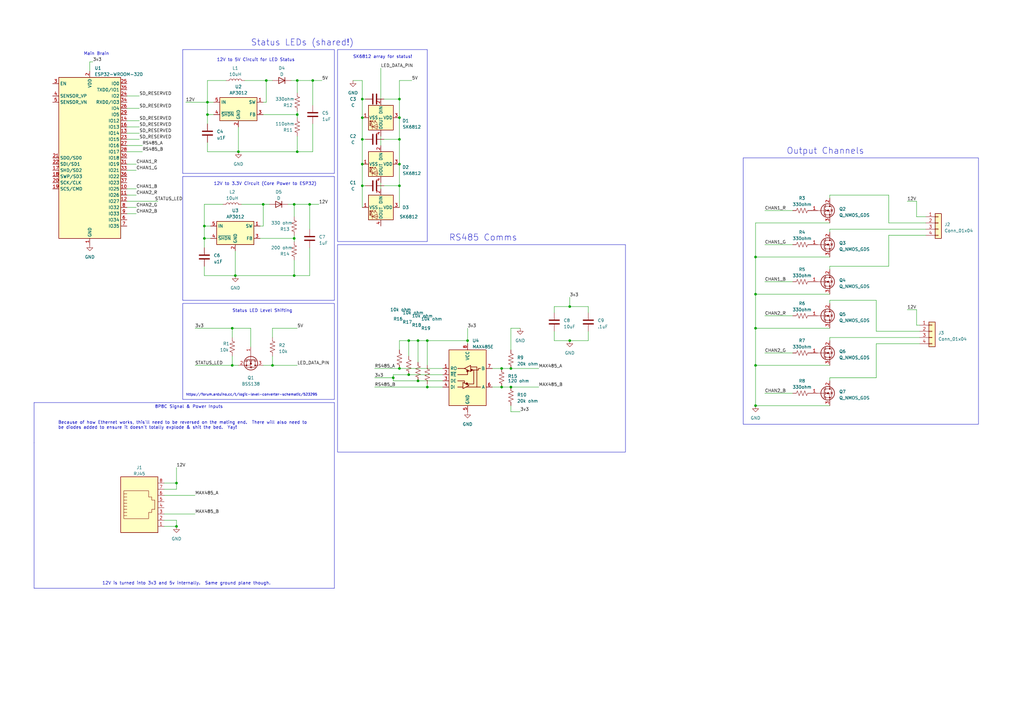
<source format=kicad_sch>
(kicad_sch (version 20221206) (generator eeschema)
  (paper "A3")
  (title_block (title "LED Channel Controller") (date "2022-12-23") (rev "v4") (company "Garden State Combat Robotics League") (comment 2 "Kim Chase") (comment 3 "trans rights, trans fights."))
  (lib_symbols
    (symbol "Connector:RJ45" (pin_names (offset 1.016))
      (property "Reference" "J" (at -5.08 13.97 0))
      (property "Value" "RJ45" (at 2.54 13.97 0))
      (symbol "RJ45_0_1"
        (polyline (pts (xy -5.08 4.445) (xy -6.35 4.445)))
        (polyline (pts (xy -5.08 5.715) (xy -6.35 5.715)))
        (polyline (pts (xy -6.35 -3.175) (xy -5.08 -3.175) (xy -5.08 -3.175)))
        (polyline (pts (xy -6.35 -1.905) (xy -5.08 -1.905) (xy -5.08 -1.905)))
        (polyline (pts (xy -6.35 -0.635) (xy -5.08 -0.635) (xy -5.08 -0.635)))
        (polyline (pts (xy -6.35 0.635) (xy -5.08 0.635) (xy -5.08 0.635)))
        (polyline (pts (xy -6.35 1.905) (xy -5.08 1.905) (xy -5.08 1.905)))
        (polyline (pts (xy -5.08 3.175) (xy -6.35 3.175) (xy -6.35 3.175)))
        (polyline (pts (xy -6.35 -4.445) (xy -6.35 6.985) (xy 3.81 6.985) (xy 3.81 4.445) (xy 5.08 4.445) (xy 5.08 3.175) (xy 6.35 3.175) (xy 6.35 -0.635) (xy 5.08 -0.635) (xy 5.08 -1.905) (xy 3.81 -1.905) (xy 3.81 -4.445) (xy -6.35 -4.445) (xy -6.35 -4.445)))
        (rectangle (start 7.62 12.7) (end -7.62 -10.16) (stroke (width 0.254)) (fill (type background)))
      )
      (symbol "RJ45_1_1"
        (pin passive line (at 10.16 -7.62 180) (length 2.54) (name "~") (number "1"))
        (pin passive line (at 10.16 -5.08 180) (length 2.54) (name "~") (number "2"))
        (pin passive line (at 10.16 -2.54 180) (length 2.54) (name "~") (number "3"))
        (pin passive line (at 10.16 0 180) (length 2.54) (name "~") (number "4"))
        (pin passive line (at 10.16 2.54 180) (length 2.54) (name "~") (number "5"))
        (pin passive line (at 10.16 5.08 180) (length 2.54) (name "~") (number "6"))
        (pin passive line (at 10.16 7.62 180) (length 2.54) (name "~") (number "7"))
        (pin passive line (at 10.16 10.16 180) (length 2.54) (name "~") (number "8"))
      )
    )
    (symbol "Connector_Generic:Conn_01x04" (pin_names (offset 1.016) hide)
      (property "Reference" "J" (at 0 5.08 0))
      (property "Value" "Conn_01x04" (at 0 -7.62 0))
      (symbol "Conn_01x04_1_1"
        (rectangle (start -1.27 -4.953) (end 0 -5.207) (stroke (width 0.1524)))
        (rectangle (start -1.27 -2.413) (end 0 -2.667) (stroke (width 0.1524)))
        (rectangle (start -1.27 0.127) (end 0 -0.127) (stroke (width 0.1524)))
        (rectangle (start -1.27 2.667) (end 0 2.413) (stroke (width 0.1524)))
        (rectangle (start -1.27 3.81) (end 1.27 -6.35) (stroke (width 0.254)) (fill (type background)))
        (pin passive line (at -5.08 2.54 0) (length 3.81) (name "Pin_1") (number "1"))
        (pin passive line (at -5.08 0 0) (length 3.81) (name "Pin_2") (number "2"))
        (pin passive line (at -5.08 -2.54 0) (length 3.81) (name "Pin_3") (number "3"))
        (pin passive line (at -5.08 -5.08 0) (length 3.81) (name "Pin_4") (number "4"))
      )
    )
    (symbol "Device:C" (pin_numbers hide) (pin_names (offset 0.254))
      (property "Reference" "C" (at 0.635 2.54 0))
      (property "Value" "C" (at 0.635 -2.54 0))
      (symbol "C_0_1"
        (polyline (pts (xy -2.032 -0.762) (xy 2.032 -0.762)) (stroke (width 0.508)))
        (polyline (pts (xy -2.032 0.762) (xy 2.032 0.762)) (stroke (width 0.508)))
      )
      (symbol "C_1_1"
        (pin passive line (at 0 3.81 270) (length 2.794) (name "~") (number "1"))
        (pin passive line (at 0 -3.81 90) (length 2.794) (name "~") (number "2"))
      )
    )
    (symbol "Device:D" (pin_numbers hide) (pin_names (offset 1.016) hide)
      (property "Reference" "D" (at 0 2.54 0))
      (property "Value" "D" (at 0 -2.54 0))
      (symbol "D_0_1"
        (polyline (pts (xy -1.27 1.27) (xy -1.27 -1.27)) (stroke (width 0.254)))
        (polyline (pts (xy 1.27 0) (xy -1.27 0)))
        (polyline (pts (xy 1.27 1.27) (xy 1.27 -1.27) (xy -1.27 0) (xy 1.27 1.27)) (stroke (width 0.254)))
      )
      (symbol "D_1_1"
        (pin passive line (at -3.81 0 0) (length 2.54) (name "K") (number "1"))
        (pin passive line (at 3.81 0 180) (length 2.54) (name "A") (number "2"))
      )
    )
    (symbol "Device:L" (pin_numbers hide) (pin_names (offset 1.016) hide)
      (property "Reference" "L" (at -1.27 0 90))
      (property "Value" "L" (at 1.905 0 90))
      (symbol "L_0_1"
        (arc (start 0 -2.54) (mid 0.6323 -1.905) (end 0 -1.27))
        (arc (start 0 -1.27) (mid 0.6323 -0.635) (end 0 0))
        (arc (start 0 0) (mid 0.6323 0.635) (end 0 1.27))
        (arc (start 0 1.27) (mid 0.6323 1.905) (end 0 2.54))
      )
      (symbol "L_1_1"
        (pin passive line (at 0 3.81 270) (length 1.27) (name "1") (number "1"))
        (pin passive line (at 0 -3.81 90) (length 1.27) (name "2") (number "2"))
      )
    )
    (symbol "Device:Q_NMOS_GDS" (pin_names (offset 0) hide)
      (property "Reference" "Q" (at 5.08 1.27 0))
      (property "Value" "Q_NMOS_GDS" (at 5.08 -1.27 0))
      (symbol "Q_NMOS_GDS_0_1"
        (polyline (pts (xy 0.254 0) (xy -2.54 0)))
        (polyline (pts (xy 0.254 1.905) (xy 0.254 -1.905)) (stroke (width 0.254)))
        (polyline (pts (xy 0.762 -1.27) (xy 0.762 -2.286)) (stroke (width 0.254)))
        (polyline (pts (xy 0.762 0.508) (xy 0.762 -0.508)) (stroke (width 0.254)))
        (polyline (pts (xy 0.762 2.286) (xy 0.762 1.27)) (stroke (width 0.254)))
        (polyline (pts (xy 2.54 2.54) (xy 2.54 1.778)))
        (polyline (pts (xy 2.54 -2.54) (xy 2.54 0) (xy 0.762 0)))
        (polyline (pts (xy 0.762 -1.778) (xy 3.302 -1.778) (xy 3.302 1.778) (xy 0.762 1.778)))
        (polyline (pts (xy 1.016 0) (xy 2.032 0.381) (xy 2.032 -0.381) (xy 1.016 0)) (fill (type outline)))
        (polyline (pts (xy 2.794 0.508) (xy 2.921 0.381) (xy 3.683 0.381) (xy 3.81 0.254)))
        (polyline (pts (xy 3.302 0.381) (xy 2.921 -0.254) (xy 3.683 -0.254) (xy 3.302 0.381)))
        (circle (center 1.651 0) (radius 2.794) (stroke (width 0.254)))
        (circle (center 2.54 -1.778) (radius 0.254) (fill (type outline)))
        (circle (center 2.54 1.778) (radius 0.254) (fill (type outline)))
      )
      (symbol "Q_NMOS_GDS_1_1"
        (pin input line (at -5.08 0 0) (length 2.54) (name "G") (number "1"))
        (pin passive line (at 2.54 5.08 270) (length 2.54) (name "D") (number "2"))
        (pin passive line (at 2.54 -5.08 90) (length 2.54) (name "S") (number "3"))
      )
    )
    (symbol "Device:R_US" (pin_numbers hide) (pin_names (offset 0))
      (property "Reference" "R" (at 2.54 0 90))
      (property "Value" "R_US" (at -2.54 0 90))
      (symbol "R_US_0_1"
        (polyline (pts (xy 0 -2.286) (xy 0 -2.54)))
        (polyline (pts (xy 0 2.286) (xy 0 2.54)))
        (polyline (pts (xy 0 -0.762) (xy 1.016 -1.143) (xy 0 -1.524) (xy -1.016 -1.905) (xy 0 -2.286)))
        (polyline (pts (xy 0 0.762) (xy 1.016 0.381) (xy 0 0) (xy -1.016 -0.381) (xy 0 -0.762)))
        (polyline (pts (xy 0 2.286) (xy 1.016 1.905) (xy 0 1.524) (xy -1.016 1.143) (xy 0 0.762)))
      )
      (symbol "R_US_1_1"
        (pin passive line (at 0 3.81 270) (length 1.27) (name "~") (number "1"))
        (pin passive line (at 0 -3.81 90) (length 1.27) (name "~") (number "2"))
      )
    )
    (symbol "Interface_UART:MAX485E"
      (property "Reference" "U" (at -6.096 11.43 0))
      (property "Value" "MAX485E" (at 0.762 11.43 0))
      (symbol "MAX485E_0_1"
        (rectangle (start -7.62 10.16) (end 7.62 -12.7) (stroke (width 0.254)) (fill (type background)))
        (circle (center -0.3048 -3.683) (radius 0.3556) (stroke (width 0.254)) (fill (type outline)))
        (circle (center -0.0254 1.4986) (radius 0.3556) (stroke (width 0.254)) (fill (type outline)))
        (polyline (pts (xy -4.064 -5.08) (xy -1.905 -5.08)) (stroke (width 0.254)))
        (polyline (pts (xy -4.064 2.54) (xy -1.27 2.54)) (stroke (width 0.254)))
        (polyline (pts (xy -1.27 -3.2004) (xy -1.27 -3.4544)) (stroke (width 0.254)))
        (polyline (pts (xy -0.635 -5.08) (xy 5.334 -5.08)) (stroke (width 0.254)))
        (polyline (pts (xy -4.064 -2.54) (xy -1.27 -2.54) (xy -1.27 -3.175)) (stroke (width 0.254)))
        (polyline (pts (xy 0 1.27) (xy 0 0) (xy -4.064 0)) (stroke (width 0.254)))
        (polyline (pts (xy 1.27 3.175) (xy 3.81 3.175) (xy 3.81 -5.08)) (stroke (width 0.254)))
        (polyline (pts (xy 2.54 1.905) (xy 2.54 -3.81) (xy 0 -3.81)) (stroke (width 0.254)))
        (polyline (pts (xy -1.905 -3.175) (xy -1.905 -5.715) (xy 0.635 -4.445) (xy -1.905 -3.175)) (stroke (width 0.254)))
        (polyline (pts (xy -1.27 2.54) (xy 1.27 3.81) (xy 1.27 1.27) (xy -1.27 2.54)) (stroke (width 0.254)))
        (polyline (pts (xy 1.905 1.905) (xy 4.445 1.905) (xy 4.445 2.54) (xy 5.334 2.54)) (stroke (width 0.254)))
        (rectangle (start 1.27 3.175) (end 1.27 3.175))
        (circle (center 1.651 1.905) (radius 0.3556) (stroke (width 0.254)) (fill (type outline)))
      )
      (symbol "MAX485E_1_1"
        (pin output line (at -10.16 2.54 0) (length 2.54) (name "RO") (number "1"))
        (pin input line (at -10.16 0 0) (length 2.54) (name "~{RE}") (number "2"))
        (pin input line (at -10.16 -2.54 0) (length 2.54) (name "DE") (number "3"))
        (pin input line (at -10.16 -5.08 0) (length 2.54) (name "DI") (number "4"))
        (pin power_in line (at 0 -15.24 90) (length 2.54) (name "GND") (number "5"))
        (pin bidirectional line (at 10.16 -5.08 180) (length 2.54) (name "A") (number "6"))
        (pin bidirectional line (at 10.16 2.54 180) (length 2.54) (name "B") (number "7"))
        (pin power_in line (at 0 12.7 270) (length 2.54) (name "VCC") (number "8"))
      )
    )
    (symbol "LED:SK6812" (pin_names (offset 0.254))
      (property "Reference" "D" (at 5.08 5.715 0))
      (property "Value" "SK6812" (at 1.27 -5.715 0))
      (symbol "SK6812_0_0"
        (text "RGB" (at 2.286 -4.191 0) (effects (font (size 0.762 0.762))))
      )
      (symbol "SK6812_0_1"
        (polyline (pts (xy 1.27 -3.556) (xy 1.778 -3.556)))
        (polyline (pts (xy 1.27 -2.54) (xy 1.778 -2.54)))
        (polyline (pts (xy 4.699 -3.556) (xy 2.667 -3.556)))
        (polyline (pts (xy 2.286 -2.54) (xy 1.27 -3.556) (xy 1.27 -3.048)))
        (polyline (pts (xy 2.286 -1.524) (xy 1.27 -2.54) (xy 1.27 -2.032)))
        (polyline (pts (xy 3.683 -1.016) (xy 3.683 -3.556) (xy 3.683 -4.064)))
        (polyline (pts (xy 4.699 -1.524) (xy 2.667 -1.524) (xy 3.683 -3.556) (xy 4.699 -1.524)))
        (rectangle (start 5.08 5.08) (end -5.08 -5.08) (stroke (width 0.254)) (fill (type background)))
      )
      (symbol "SK6812_1_1"
        (pin power_in line (at 0 -7.62 90) (length 2.54) (name "VSS") (number "1"))
        (pin input line (at -7.62 0 0) (length 2.54) (name "DIN") (number "2"))
        (pin power_in line (at 0 7.62 270) (length 2.54) (name "VDD") (number "3"))
        (pin output line (at 7.62 0 180) (length 2.54) (name "DOUT") (number "4"))
      )
    )
    (symbol "RF_Module:ESP32-WROOM-32D"
      (property "Reference" "U" (at -12.7 34.29 0))
      (property "Value" "ESP32-WROOM-32D" (at 1.27 34.29 0))
      (symbol "ESP32-WROOM-32D_0_1"
        (rectangle (start -12.7 33.02) (end 12.7 -33.02) (stroke (width 0.254)) (fill (type background)))
      )
      (symbol "ESP32-WROOM-32D_1_1"
        (pin power_in line (at 0 -35.56 90) (length 2.54) (name "GND") (number "1"))
        (pin bidirectional line (at 15.24 -12.7 180) (length 2.54) (name "IO25") (number "10"))
        (pin bidirectional line (at 15.24 -15.24 180) (length 2.54) (name "IO26") (number "11"))
        (pin bidirectional line (at 15.24 -17.78 180) (length 2.54) (name "IO27") (number "12"))
        (pin bidirectional line (at 15.24 10.16 180) (length 2.54) (name "IO14") (number "13"))
        (pin bidirectional line (at 15.24 15.24 180) (length 2.54) (name "IO12") (number "14"))
        (pin passive line (at 0 -35.56 90) (length 2.54) hide (name "GND") (number "15"))
        (pin bidirectional line (at 15.24 12.7 180) (length 2.54) (name "IO13") (number "16"))
        (pin bidirectional line (at -15.24 -5.08 0) (length 2.54) (name "SHD/SD2") (number "17"))
        (pin bidirectional line (at -15.24 -7.62 0) (length 2.54) (name "SWP/SD3") (number "18"))
        (pin bidirectional line (at -15.24 -12.7 0) (length 2.54) (name "SCS/CMD") (number "19"))
        (pin power_in line (at 0 35.56 270) (length 2.54) (name "VDD") (number "2"))
        (pin bidirectional line (at -15.24 -10.16 0) (length 2.54) (name "SCK/CLK") (number "20"))
        (pin bidirectional line (at -15.24 0 0) (length 2.54) (name "SDO/SD0") (number "21"))
        (pin bidirectional line (at -15.24 -2.54 0) (length 2.54) (name "SDI/SD1") (number "22"))
        (pin bidirectional line (at 15.24 7.62 180) (length 2.54) (name "IO15") (number "23"))
        (pin bidirectional line (at 15.24 25.4 180) (length 2.54) (name "IO2") (number "24"))
        (pin bidirectional line (at 15.24 30.48 180) (length 2.54) (name "IO0") (number "25"))
        (pin bidirectional line (at 15.24 20.32 180) (length 2.54) (name "IO4") (number "26"))
        (pin bidirectional line (at 15.24 5.08 180) (length 2.54) (name "IO16") (number "27"))
        (pin bidirectional line (at 15.24 2.54 180) (length 2.54) (name "IO17") (number "28"))
        (pin bidirectional line (at 15.24 17.78 180) (length 2.54) (name "IO5") (number "29"))
        (pin input line (at -15.24 30.48 0) (length 2.54) (name "EN") (number "3"))
        (pin bidirectional line (at 15.24 0 180) (length 2.54) (name "IO18") (number "30"))
        (pin bidirectional line (at 15.24 -2.54 180) (length 2.54) (name "IO19") (number "31"))
        (pin no_connect line (at -12.7 -27.94 0) (length 2.54) hide (name "NC") (number "32"))
        (pin bidirectional line (at 15.24 -5.08 180) (length 2.54) (name "IO21") (number "33"))
        (pin bidirectional line (at 15.24 22.86 180) (length 2.54) (name "RXD0/IO3") (number "34"))
        (pin bidirectional line (at 15.24 27.94 180) (length 2.54) (name "TXD0/IO1") (number "35"))
        (pin bidirectional line (at 15.24 -7.62 180) (length 2.54) (name "IO22") (number "36"))
        (pin bidirectional line (at 15.24 -10.16 180) (length 2.54) (name "IO23") (number "37"))
        (pin passive line (at 0 -35.56 90) (length 2.54) hide (name "GND") (number "38"))
        (pin passive line (at 0 -35.56 90) (length 2.54) hide (name "GND") (number "39"))
        (pin input line (at -15.24 25.4 0) (length 2.54) (name "SENSOR_VP") (number "4"))
        (pin input line (at -15.24 22.86 0) (length 2.54) (name "SENSOR_VN") (number "5"))
        (pin input line (at 15.24 -25.4 180) (length 2.54) (name "IO34") (number "6"))
        (pin input line (at 15.24 -27.94 180) (length 2.54) (name "IO35") (number "7"))
        (pin bidirectional line (at 15.24 -20.32 180) (length 2.54) (name "IO32") (number "8"))
        (pin bidirectional line (at 15.24 -22.86 180) (length 2.54) (name "IO33") (number "9"))
      )
    )
    (symbol "Regulator_Switching:AP3012"
      (property "Reference" "U" (at -7.62 5.715 0))
      (property "Value" "AP3012" (at 0 5.715 0))
      (symbol "AP3012_0_1"
        (rectangle (start -7.62 4.445) (end 7.62 -5.08) (stroke (width 0.254)) (fill (type background)))
      )
      (symbol "AP3012_1_1"
        (pin passive line (at 10.16 2.54 180) (length 2.54) (name "SW") (number "1"))
        (pin power_in line (at 0 -7.62 90) (length 2.54) (name "GND") (number "2"))
        (pin input line (at 10.16 -2.54 180) (length 2.54) (name "FB") (number "3"))
        (pin input line (at -10.16 -2.54 0) (length 2.54) (name "~{SHDN}") (number "4"))
        (pin power_in line (at -10.16 2.54 0) (length 2.54) (name "IN") (number "5"))
      )
    )
    (symbol "Transistor_FET:BSS138" (pin_names hide)
      (property "Reference" "Q" (at 5.08 1.905 0))
      (property "Value" "BSS138" (at 5.08 0 0))
      (symbol "BSS138_0_1"
        (polyline (pts (xy 0.254 0) (xy -2.54 0)))
        (polyline (pts (xy 0.254 1.905) (xy 0.254 -1.905)) (stroke (width 0.254)))
        (polyline (pts (xy 0.762 -1.27) (xy 0.762 -2.286)) (stroke (width 0.254)))
        (polyline (pts (xy 0.762 0.508) (xy 0.762 -0.508)) (stroke (width 0.254)))
        (polyline (pts (xy 0.762 2.286) (xy 0.762 1.27)) (stroke (width 0.254)))
        (polyline (pts (xy 2.54 2.54) (xy 2.54 1.778)))
        (polyline (pts (xy 2.54 -2.54) (xy 2.54 0) (xy 0.762 0)))
        (polyline (pts (xy 0.762 -1.778) (xy 3.302 -1.778) (xy 3.302 1.778) (xy 0.762 1.778)))
        (polyline (pts (xy 1.016 0) (xy 2.032 0.381) (xy 2.032 -0.381) (xy 1.016 0)) (fill (type outline)))
        (polyline (pts (xy 2.794 0.508) (xy 2.921 0.381) (xy 3.683 0.381) (xy 3.81 0.254)))
        (polyline (pts (xy 3.302 0.381) (xy 2.921 -0.254) (xy 3.683 -0.254) (xy 3.302 0.381)))
        (circle (center 1.651 0) (radius 2.794) (stroke (width 0.254)))
        (circle (center 2.54 -1.778) (radius 0.254) (fill (type outline)))
        (circle (center 2.54 1.778) (radius 0.254) (fill (type outline)))
      )
      (symbol "BSS138_1_1"
        (pin input line (at -5.08 0 0) (length 2.54) (name "G") (number "1"))
        (pin passive line (at 2.54 -5.08 90) (length 2.54) (name "S") (number "2"))
        (pin passive line (at 2.54 5.08 270) (length 2.54) (name "D") (number "3"))
      )
    )
    (symbol "power:GND" (power) (pin_names (offset 0))
      (property "Value" "GND" (at 0 -3.81 0))
      (symbol "GND_0_1"
        (polyline (pts (xy 0 0) (xy 0 -1.27) (xy 1.27 -1.27) (xy 0 -2.54) (xy -1.27 -1.27) (xy 0 -1.27)))
      )
      (symbol "GND_1_1"
        (pin power_in line (at 0 0 270) (length 0) hide (name "GND") (number "1"))
      )
    )
  )
  (junction (at 148.59 57.15))
  (junction (at 163.83 67.31))
  (junction (at 83.82 97.79))
  (junction (at 107.95 83.82))
  (junction (at 148.59 67.31))
  (junction (at 95.25 149.86))
  (junction (at 205.74 158.75))
  (junction (at 167.64 139.7))
  (junction (at 167.64 153.67))
  (junction (at 97.79 62.23))
  (junction (at 148.59 76.2))
  (junction (at 120.65 97.79))
  (junction (at 163.83 76.2))
  (junction (at 72.39 198.12))
  (junction (at 120.65 83.82))
  (junction (at 191.77 139.7))
  (junction (at 163.83 151.13))
  (junction (at 120.65 113.03))
  (junction (at 309.88 149.86))
  (junction (at 121.92 46.99))
  (junction (at 148.59 40.64))
  (junction (at 309.88 166.37))
  (junction (at 309.88 120.65))
  (junction (at 83.82 92.71))
  (junction (at 171.45 139.7))
  (junction (at 109.22 33.02))
  (junction (at 233.68 139.7))
  (junction (at 85.09 41.91))
  (junction (at 96.52 113.03))
  (junction (at 163.83 57.15))
  (junction (at 163.83 48.26))
  (junction (at 95.25 134.62))
  (junction (at 309.88 105.41))
  (junction (at 121.92 33.02))
  (junction (at 175.26 158.75))
  (junction (at 309.88 134.62))
  (junction (at 175.26 139.7))
  (junction (at 205.74 151.13))
  (junction (at 233.68 125.73))
  (junction (at 163.83 40.64))
  (junction (at 128.27 33.02))
  (junction (at 209.55 151.13))
  (junction (at 72.39 215.9))
  (junction (at 127 83.82))
  (junction (at 171.45 156.21))
  (junction (at 161.29 154.94))
  (junction (at 121.92 62.23))
  (junction (at 148.59 48.26))
  (junction (at 111.76 149.86))
  (junction (at 85.09 46.99))
  (junction (at 209.55 158.75))
  (wire (pts (xy 241.3 139.7) (xy 241.3 135.89)))
  (wire (pts (xy 85.09 62.23) (xy 97.79 62.23)))
  (wire (pts (xy 72.39 200.66) (xy 72.39 198.12)))
  (wire (pts (xy 121.92 46.99) (xy 121.92 48.26)))
  (wire (pts (xy 97.79 62.23) (xy 121.92 62.23)))
  (wire (pts (xy 95.25 134.62) (xy 95.25 138.43)))
  (wire (pts (xy 227.33 139.7) (xy 233.68 139.7)))
  (wire (pts (xy 340.36 154.94) (xy 359.41 154.94)))
  (wire (pts (xy 157.48 57.15) (xy 163.83 57.15)))
  (wire (pts (xy 111.76 134.62) (xy 121.92 134.62)))
  (wire (pts (xy 191.77 139.7) (xy 191.77 140.97)))
  (wire (pts (xy 161.29 156.21) (xy 161.29 154.94)))
  (wire (pts (xy 309.88 134.62) (xy 309.88 149.86)))
  (wire (pts (xy 120.65 88.9) (xy 120.65 83.82)))
  (wire (pts (xy 83.82 97.79) (xy 83.82 101.6)))
  (wire (pts (xy 127 83.82) (xy 130.81 83.82)))
  (wire (pts (xy 309.88 105.41) (xy 309.88 120.65)))
  (wire (pts (xy 171.45 139.7) (xy 175.26 139.7)))
  (wire (pts (xy 167.64 153.67) (xy 181.61 153.67)))
  (wire (pts (xy 241.3 125.73) (xy 241.3 128.27)))
  (wire (pts (xy 67.31 210.82) (xy 80.01 210.82)))
  (wire (pts (xy 97.79 52.07) (xy 97.79 62.23)))
  (wire (pts (xy 175.26 139.7) (xy 191.77 139.7)))
  (wire (pts (xy 313.69 86.36) (xy 325.12 86.36)))
  (wire (pts (xy 153.67 154.94) (xy 161.29 154.94)))
  (wire (pts (xy 52.07 54.61) (xy 57.15 54.61)))
  (wire (pts (xy 359.41 123.19) (xy 359.41 135.89)))
  (wire (pts (xy 161.29 153.67) (xy 167.64 153.67)))
  (polyline (pts (xy 13.97 181.61) (xy 13.97 241.3)))
  (wire (pts (xy 148.59 48.26) (xy 148.59 40.64)))
  (wire (pts (xy 127 93.98) (xy 127 83.82)))
  (wire (pts (xy 86.36 97.79) (xy 83.82 97.79)))
  (wire (pts (xy 109.22 33.02) (xy 111.76 33.02)))
  (wire (pts (xy 120.65 97.79) (xy 120.65 99.06)))
  (wire (pts (xy 313.69 100.33) (xy 325.12 100.33)))
  (wire (pts (xy 156.21 55.88) (xy 156.21 59.69)))
  (wire (pts (xy 106.68 92.71) (xy 107.95 92.71)))
  (wire (pts (xy 364.49 109.22) (xy 364.49 96.52)))
  (wire (pts (xy 127 83.82) (xy 120.65 83.82)))
  (wire (pts (xy 67.31 200.66) (xy 72.39 200.66)))
  (wire (pts (xy 95.25 146.05) (xy 95.25 149.86)))
  (wire (pts (xy 163.83 40.64) (xy 163.83 48.26)))
  (wire (pts (xy 340.36 93.98) (xy 379.73 93.98)))
  (wire (pts (xy 106.68 97.79) (xy 120.65 97.79)))
  (wire (pts (xy 340.36 91.44) (xy 309.88 91.44)))
  (wire (pts (xy 67.31 215.9) (xy 72.39 215.9)))
  (wire (pts (xy 111.76 138.43) (xy 111.76 134.62)))
  (wire (pts (xy 340.36 109.22) (xy 340.36 110.49)))
  (wire (pts (xy 157.48 40.64) (xy 163.83 40.64)))
  (wire (pts (xy 52.07 80.01) (xy 55.88 80.01)))
  (wire (pts (xy 128.27 33.02) (xy 121.92 33.02)))
  (wire (pts (xy 340.36 134.62) (xy 309.88 134.62)))
  (wire (pts (xy 72.39 198.12) (xy 72.39 191.77)))
  (wire (pts (xy 67.31 203.2) (xy 80.01 203.2)))
  (polyline (pts (xy 137.16 165.1) (xy 13.97 165.1)))
  (wire (pts (xy 100.33 33.02) (xy 109.22 33.02)))
  (wire (pts (xy 85.09 33.02) (xy 92.71 33.02)))
  (wire (pts (xy 52.07 59.69) (xy 58.42 59.69)))
  (wire (pts (xy 233.68 125.73) (xy 241.3 125.73)))
  (wire (pts (xy 96.52 102.87) (xy 96.52 113.03)))
  (wire (pts (xy 87.63 46.99) (xy 85.09 46.99)))
  (wire (pts (xy 340.36 80.01) (xy 364.49 80.01)))
  (wire (pts (xy 102.87 134.62) (xy 95.25 134.62)))
  (wire (pts (xy 52.07 69.85) (xy 55.88 69.85)))
  (wire (pts (xy 76.2 41.91) (xy 85.09 41.91)))
  (wire (pts (xy 128.27 62.23) (xy 121.92 62.23)))
  (wire (pts (xy 313.69 161.29) (xy 325.12 161.29)))
  (wire (pts (xy 163.83 57.15) (xy 163.83 67.31)))
  (wire (pts (xy 95.25 149.86) (xy 97.79 149.86)))
  (wire (pts (xy 127 113.03) (xy 120.65 113.03)))
  (wire (pts (xy 340.36 124.46) (xy 340.36 123.19)))
  (wire (pts (xy 227.33 125.73) (xy 233.68 125.73)))
  (wire (pts (xy 209.55 168.91) (xy 213.36 168.91)))
  (wire (pts (xy 83.82 97.79) (xy 83.82 92.71)))
  (wire (pts (xy 171.45 156.21) (xy 181.61 156.21)))
  (wire (pts (xy 107.95 92.71) (xy 107.95 83.82)))
  (wire (pts (xy 163.83 67.31) (xy 163.83 76.2)))
  (wire (pts (xy 191.77 134.62) (xy 191.77 139.7)))
  (wire (pts (xy 227.33 135.89) (xy 227.33 139.7)))
  (wire (pts (xy 52.07 52.07) (xy 57.15 52.07)))
  (wire (pts (xy 52.07 49.53) (xy 57.15 49.53)))
  (wire (pts (xy 107.95 149.86) (xy 111.76 149.86)))
  (wire (pts (xy 128.27 50.8) (xy 128.27 62.23)))
  (wire (pts (xy 156.21 27.94) (xy 156.21 40.64)))
  (wire (pts (xy 52.07 44.45) (xy 57.15 44.45)))
  (wire (pts (xy 163.83 143.51) (xy 163.83 139.7)))
  (wire (pts (xy 340.36 95.25) (xy 340.36 93.98)))
  (wire (pts (xy 313.69 129.54) (xy 325.12 129.54)))
  (wire (pts (xy 127 101.6) (xy 127 113.03)))
  (wire (pts (xy 163.83 151.13) (xy 181.61 151.13)))
  (wire (pts (xy 205.74 151.13) (xy 209.55 151.13)))
  (wire (pts (xy 128.27 33.02) (xy 132.08 33.02)))
  (wire (pts (xy 209.55 143.51) (xy 209.55 134.62)))
  (wire (pts (xy 85.09 58.42) (xy 85.09 62.23)))
  (wire (pts (xy 118.11 83.82) (xy 120.65 83.82)))
  (wire (pts (xy 340.36 156.21) (xy 340.36 154.94)))
  (wire (pts (xy 163.83 139.7) (xy 167.64 139.7)))
  (wire (pts (xy 340.36 123.19) (xy 359.41 123.19)))
  (wire (pts (xy 120.65 113.03) (xy 120.65 106.68)))
  (wire (pts (xy 119.38 33.02) (xy 121.92 33.02)))
  (wire (pts (xy 107.95 46.99) (xy 121.92 46.99)))
  (wire (pts (xy 121.92 38.1) (xy 121.92 33.02)))
  (wire (pts (xy 83.82 109.22) (xy 83.82 113.03)))
  (wire (pts (xy 163.83 76.2) (xy 163.83 85.09)))
  (wire (pts (xy 340.36 166.37) (xy 309.88 166.37)))
  (wire (pts (xy 309.88 120.65) (xy 340.36 120.65)))
  (wire (pts (xy 233.68 121.92) (xy 233.68 125.73)))
  (wire (pts (xy 107.95 41.91) (xy 109.22 41.91)))
  (wire (pts (xy 153.67 151.13) (xy 163.83 151.13)))
  (wire (pts (xy 83.82 113.03) (xy 96.52 113.03)))
  (wire (pts (xy 309.88 149.86) (xy 309.88 166.37)))
  (wire (pts (xy 163.83 48.26) (xy 163.83 57.15)))
  (wire (pts (xy 67.31 198.12) (xy 72.39 198.12)))
  (wire (pts (xy 359.41 135.89) (xy 377.19 135.89)))
  (wire (pts (xy 309.88 91.44) (xy 309.88 105.41)))
  (polyline (pts (xy 13.97 165.1) (xy 13.97 181.61)))
  (wire (pts (xy 313.69 144.78) (xy 325.12 144.78)))
  (wire (pts (xy 375.92 88.9) (xy 375.92 82.55)))
  (wire (pts (xy 148.59 57.15) (xy 149.86 57.15)))
  (wire (pts (xy 163.83 33.02) (xy 168.91 33.02)))
  (wire (pts (xy 36.83 25.4) (xy 36.83 29.21)))
  (wire (pts (xy 209.55 134.62) (xy 213.36 134.62)))
  (wire (pts (xy 111.76 149.86) (xy 121.92 149.86)))
  (wire (pts (xy 340.36 138.43) (xy 377.19 138.43)))
  (wire (pts (xy 205.74 158.75) (xy 209.55 158.75)))
  (polyline (pts (xy 137.16 241.3) (xy 137.16 165.1)))
  (wire (pts (xy 148.59 48.26) (xy 148.59 57.15)))
  (wire (pts (xy 340.36 138.43) (xy 340.36 139.7)))
  (wire (pts (xy 209.55 158.75) (xy 220.98 158.75)))
  (wire (pts (xy 148.59 76.2) (xy 148.59 85.09)))
  (wire (pts (xy 156.21 74.93) (xy 156.21 77.47)))
  (wire (pts (xy 52.07 82.55) (xy 64.77 82.55)))
  (wire (pts (xy 233.68 139.7) (xy 241.3 139.7)))
  (wire (pts (xy 52.07 39.37) (xy 57.15 39.37)))
  (wire (pts (xy 340.36 109.22) (xy 364.49 109.22)))
  (wire (pts (xy 67.31 213.36) (xy 72.39 213.36)))
  (wire (pts (xy 171.45 156.21) (xy 161.29 156.21)))
  (wire (pts (xy 209.55 151.13) (xy 220.98 151.13)))
  (polyline (pts (xy 13.97 241.3) (xy 137.16 241.3)))
  (wire (pts (xy 111.76 146.05) (xy 111.76 149.86)))
  (wire (pts (xy 359.41 140.97) (xy 359.41 154.94)))
  (wire (pts (xy 171.45 139.7) (xy 171.45 148.59)))
  (wire (pts (xy 364.49 80.01) (xy 364.49 91.44)))
  (wire (pts (xy 175.26 157.48) (xy 175.26 158.75)))
  (wire (pts (xy 80.01 149.86) (xy 95.25 149.86)))
  (wire (pts (xy 148.59 76.2) (xy 149.86 76.2)))
  (wire (pts (xy 364.49 96.52) (xy 379.73 96.52)))
  (wire (pts (xy 128.27 43.18) (xy 128.27 33.02)))
  (wire (pts (xy 201.93 151.13) (xy 205.74 151.13)))
  (wire (pts (xy 364.49 91.44) (xy 379.73 91.44)))
  (wire (pts (xy 121.92 45.72) (xy 121.92 46.99)))
  (wire (pts (xy 309.88 120.65) (xy 309.88 134.62)))
  (wire (pts (xy 52.07 67.31) (xy 55.88 67.31)))
  (wire (pts (xy 148.59 33.02) (xy 144.78 33.02)))
  (wire (pts (xy 83.82 92.71) (xy 86.36 92.71)))
  (wire (pts (xy 72.39 213.36) (xy 72.39 215.9)))
  (wire (pts (xy 99.06 83.82) (xy 107.95 83.82)))
  (wire (pts (xy 85.09 46.99) (xy 85.09 41.91)))
  (wire (pts (xy 372.11 127) (xy 375.92 127)))
  (wire (pts (xy 85.09 33.02) (xy 85.09 41.91)))
  (wire (pts (xy 52.07 77.47) (xy 55.88 77.47)))
  (wire (pts (xy 163.83 40.64) (xy 163.83 33.02)))
  (wire (pts (xy 107.95 83.82) (xy 110.49 83.82)))
  (wire (pts (xy 340.36 105.41) (xy 309.88 105.41)))
  (wire (pts (xy 83.82 83.82) (xy 91.44 83.82)))
  (wire (pts (xy 167.64 139.7) (xy 171.45 139.7)))
  (wire (pts (xy 52.07 62.23) (xy 58.42 62.23)))
  (wire (pts (xy 148.59 67.31) (xy 148.59 76.2)))
  (wire (pts (xy 201.93 158.75) (xy 205.74 158.75)))
  (wire (pts (xy 36.83 25.4) (xy 38.1 25.4)))
  (wire (pts (xy 85.09 41.91) (xy 87.63 41.91)))
  (wire (pts (xy 120.65 96.52) (xy 120.65 97.79)))
  (wire (pts (xy 157.48 76.2) (xy 163.83 76.2)))
  (wire (pts (xy 80.01 134.62) (xy 95.25 134.62)))
  (wire (pts (xy 309.88 149.86) (xy 340.36 149.86)))
  (wire (pts (xy 85.09 46.99) (xy 85.09 50.8)))
  (wire (pts (xy 175.26 139.7) (xy 175.26 149.86)))
  (wire (pts (xy 227.33 128.27) (xy 227.33 125.73)))
  (wire (pts (xy 96.52 113.03) (xy 120.65 113.03)))
  (wire (pts (xy 83.82 83.82) (xy 83.82 92.71)))
  (wire (pts (xy 153.67 158.75) (xy 175.26 158.75)))
  (wire (pts (xy 52.07 87.63) (xy 55.88 87.63)))
  (wire (pts (xy 340.36 81.28) (xy 340.36 80.01)))
  (wire (pts (xy 375.92 127) (xy 375.92 133.35)))
  (wire (pts (xy 161.29 154.94) (xy 161.29 153.67)))
  (wire (pts (xy 109.22 41.91) (xy 109.22 33.02)))
  (wire (pts (xy 375.92 88.9) (xy 379.73 88.9)))
  (wire (pts (xy 148.59 57.15) (xy 148.59 67.31)))
  (wire (pts (xy 375.92 82.55) (xy 372.11 82.55)))
  (wire (pts (xy 175.26 158.75) (xy 181.61 158.75)))
  (wire (pts (xy 313.69 115.57) (xy 325.12 115.57)))
  (wire (pts (xy 375.92 133.35) (xy 377.19 133.35)))
  (wire (pts (xy 377.19 140.97) (xy 359.41 140.97)))
  (wire (pts (xy 52.07 85.09) (xy 55.88 85.09)))
  (wire (pts (xy 52.07 57.15) (xy 57.15 57.15)))
  (wire (pts (xy 209.55 166.37) (xy 209.55 168.91)))
  (wire (pts (xy 148.59 40.64) (xy 148.59 33.02)))
  (wire (pts (xy 167.64 139.7) (xy 167.64 146.05)))
  (wire (pts (xy 148.59 40.64) (xy 149.86 40.64)))
  (wire (pts (xy 102.87 142.24) (xy 102.87 134.62)))
  (wire (pts (xy 121.92 62.23) (xy 121.92 55.88)))
  (rectangle (start 74.93 20.32) (end 137.16 71.12))
  (rectangle (start 74.93 72.39) (end 137.16 123.19))
  (rectangle (start 304.8 64.77) (end 401.32 173.99))
  (rectangle (start 138.43 100.33) (end 256.54 185.42))
  (rectangle (start 138.43 20.32) (end 175.26 99.06))
  (rectangle (start 74.93 124.46) (end 137.16 163.83))
  (text_box "Because of how Ethernet works, this'll need to be reversed on the mating end.  There will also need to be diodes added to ensure it doesn't totally explode & shit the bed.  Yay!\n\n\n\n" (at 22.86 171.45 0) (size 104.14 13.97) (stroke (width -0.0001)) (effects (font (size 1.27 1.27)) (justify left top)))
  (text "8P8C Signal & Power Inputs" (at 63.5 167.64 0) (effects (font (size 1.27 1.27)) (justify left bottom)))
  (text "Status LED Level Shifting" (at 95.25 128.27 0) (effects (font (size 1.27 1.27)) (justify left bottom)))
  (text "12V to 5V Circuit for LED Status" (at 88.9 25.4 0) (effects (font (size 1.27 1.27)) (justify left bottom)))
  (text "Output Channels" (at 322.58 63.5 0) (effects (font (size 2.54 2.54)) (justify left bottom)))
  (text "Main Brain" (at 34.29 22.86 0) (effects (font (size 1.27 1.27)) (justify left bottom)))
  (text "12V to 3.3V Circuit (Core Power to ESP32)" (at 87.63 76.2 0) (effects (font (size 1.27 1.27)) (justify left bottom)))
  (text "SK6812 array for status!" (at 144.78 24.13 0) (effects (font (size 1.27 1.27)) (justify left bottom)))
  (text "RS485 Comms" (at 184.15 99.06 0) (effects (font (size 2.54 2.54)) (justify left bottom)))
  (text "12V is turned into 3v3 and 5v internally.  Same ground plane though." (at 41.91 240.03 0) (effects (font (size 1.27 1.27)) (justify left bottom)))
  (text "Status LEDs (shared!)" (at 102.87 19.05 0) (effects (font (size 2.54 2.54)) (justify left bottom)))
  (text "https://forum.arduino.cc/t/logic-level-converter-schematic/523295" (at 76.2 162.56 0) (effects (font (size 1 1)) (justify left bottom)))
  (label "MAX485_B" (at 220.98 158.75 0))
  (label "CHAN2_G" (at 313.69 144.78 0))
  (label "CHAN2_B" (at 313.69 161.29 0))
  (label "RS485_B" (at 58.42 62.23 0))
  (label "3v3" (at 38.1 25.4 0))
  (label "3v3" (at 213.36 168.91 0))
  (label "3v3" (at 80.01 134.62 0))
  (label "CHAN1_R" (at 313.69 86.36 0))
  (label "MAX485_A" (at 220.98 151.13 0))
  (label "RS485_B" (at 153.67 158.75 0))
  (label "12V" (at 372.11 127 0))
  (label "12V" (at 76.2 41.91 0))
  (label "SD_RESERVED" (at 57.15 57.15 0))
  (label "CHAN2_B" (at 55.88 87.63 0))
  (label "SD_RESERVED" (at 57.15 39.37 0))
  (label "LED_DATA_PIN" (at 156.21 27.94 0))
  (label "CHAN2_R" (at 313.69 129.54 0))
  (label "CHAN2_R" (at 55.88 80.01 0))
  (label "12V" (at 130.81 83.82 0))
  (label "SD_RESERVED" (at 57.15 44.45 0))
  (label "CHAN1_G" (at 55.88 69.85 0))
  (label "MAX485_A" (at 80.01 203.2 0))
  (label "STATUS_LED" (at 80.01 149.86 0))
  (label "STATUS_LED" (at 63.5 82.55 0))
  (label "3v3" (at 153.67 154.94 0))
  (label "3v3" (at 191.77 134.62 0))
  (label "SD_RESERVED" (at 57.15 54.61 0))
  (label "MAX485_B" (at 80.01 210.82 0))
  (label "CHAN1_B" (at 55.88 77.47 0))
  (label "5V" (at 121.92 134.62 0))
  (label "RS485_A" (at 153.67 151.13 0))
  (label "CHAN2_G" (at 55.88 85.09 0))
  (label "5V" (at 168.91 33.02 0))
  (label "CHAN1_R" (at 55.88 67.31 0))
  (label "SD_RESERVED" (at 57.15 52.07 0))
  (label "3v3" (at 233.68 121.92 0))
  (label "CHAN1_B" (at 313.69 115.57 0))
  (label "SD_RESERVED" (at 57.15 49.53 0))
  (label "12V" (at 72.39 191.77 0))
  (label "LED_DATA_PIN" (at 121.92 149.86 0))
  (label "5V" (at 132.08 33.02 0))
  (label "CHAN1_G" (at 313.69 100.33 0))
  (label "RS485_A" (at 58.42 59.69 0))
  (label "12V" (at 372.11 82.55 0))
  (symbol (lib_id "Device:R_US") (at 95.25 142.24 0) (unit 1)
    (property "Reference" "R1" (at 91.44 140.97 0) (effects (justify left)))
    (property "Value" "10k" (at 90.17 143.51 0) (effects (justify left)))
  )
  (symbol (lib_id "Device:C") (at 241.3 132.08 0) (unit 1)
    (property "Reference" "C9" (at 245.11 131.445 0) (effects (justify left)))
    (property "Value" ".1uF" (at 245.11 133.985 0) (effects (justify left)))
    (property "Footprint" "Capacitor_SMD:C_1206_3216Metric" (effects hide))
  )
  (symbol (lib_id "Device:L") (at 96.52 33.02 90) (unit 1)
    (property "Reference" "L1" (at 96.52 27.94 90))
    (property "Value" "10uH" (at 96.52 30.48 90))
    (property "Footprint" "Inductor_SMD:L_1210_3225Metric_Pad1.42x2.65mm_HandSolder" (effects hide))
  )
  (symbol (lib_id "Device:Q_NMOS_GDS") (at 337.82 129.54 0) (unit 1)
    (property "Reference" "Q5" (at 344.17 128.905 0) (effects (justify left)))
    (property "Value" "Q_NMOS_GDS" (at 344.17 131.445 0) (effects (justify left)))
    (property "Footprint" "Package_TO_SOT_THT:TO-220-3_Vertical" (effects hide))
  )
  (symbol (lib_id "Device:R_US") (at 163.83 147.32 0) (unit 1)
    (property "Reference" "R16" (at 161.29 130.81 0) (effects (justify left)))
    (property "Value" "10k ohm" (at 160.02 127 0) (effects (justify left)))
  )
  (symbol (lib_id "Interface_UART:MAX485E") (at 191.77 153.67 0) (unit 1)
    (property "Reference" "U4" (at 193.7259 139.7 0) (effects (justify left)))
    (property "Value" "MAX485E" (at 193.7259 142.24 0) (effects (justify left)))
    (property "Footprint" "Package_SO:SOP-8_3.9x4.9mm_P1.27mm" (effects hide))
    (property "Datasheet" "https://datasheets.maximintegrated.com/en/ds/MAX1487E-MAX491E.pdf" (effects hide))
  )
  (symbol (lib_id "Connector:RJ45") (at 57.15 208.28 0) (unit 1)
    (property "Reference" "J1" (at 57.15 191.77 0))
    (property "Value" "RJ45" (at 57.15 194.31 0))
  )
  (symbol (lib_id "Device:R_US") (at 328.93 144.78 90) (unit 1)
    (property "Reference" "R7" (at 328.93 139.7 90))
    (property "Value" "330ohm" (at 328.93 142.24 90))
  )
  (symbol (lib_id "Device:C") (at 153.67 76.2 90) (unit 1)
    (property "Reference" "C1" (at 144.78 74.93 90))
    (property "Value" "C" (at 144.78 77.47 90))
    (property "Footprint" "Capacitor_SMD:C_1206_3216Metric" (effects hide))
  )
  (symbol (lib_id "Device:R_US") (at 328.93 100.33 90) (unit 1)
    (property "Reference" "R4" (at 328.93 95.25 90))
    (property "Value" "330ohm" (at 328.93 97.79 90))
  )
  (symbol (lib_id "power:GND") (at 97.79 62.23 0) (unit 1)
    (property "Reference" "#PWR0105" (effects hide))
    (property "Value" "GND" (at 97.79 67.31 0))
  )
  (symbol (lib_id "Device:C") (at 153.67 57.15 90) (unit 1)
    (property "Reference" "C2" (at 144.78 55.88 90))
    (property "Value" "C" (at 144.78 58.42 90))
    (property "Footprint" "Capacitor_SMD:C_1206_3216Metric" (effects hide))
  )
  (symbol (lib_id "Device:R_US") (at 120.65 92.71 180) (unit 1)
    (property "Reference" "R13" (at 116.84 93.98 0))
    (property "Value" "330 ohm" (at 115.57 91.44 0))
    (property "Footprint" "Resistor_SMD:R_1206_3216Metric" (effects hide))
  )
  (symbol (lib_id "power:GND") (at 36.83 100.33 0) (unit 1)
    (property "Reference" "#PWR0104" (effects hide))
    (property "Value" "GND" (at 36.83 105.41 0))
  )
  (symbol (lib_id "Device:Q_NMOS_GDS") (at 337.82 161.29 0) (unit 1)
    (property "Reference" "Q7" (at 344.17 160.655 0) (effects (justify left)))
    (property "Value" "Q_NMOS_GDS" (at 344.17 163.195 0) (effects (justify left)))
    (property "Footprint" "Package_TO_SOT_THT:TO-220-3_Vertical" (effects hide))
  )
  (symbol (lib_id "Regulator_Switching:AP3012") (at 96.52 95.25 0) (unit 1)
    (property "Reference" "U3" (at 96.52 86.36 0))
    (property "Value" "AP3012" (at 96.52 88.9 0))
    (property "Footprint" "Package_TO_SOT_SMD:SOT-23-5" (effects hide))
    (property "Datasheet" "https://www.diodes.com/assets/Datasheets/AP3012.pdf" (effects hide))
  )
  (symbol (lib_id "Device:Q_NMOS_GDS") (at 337.82 144.78 0) (unit 1)
    (property "Reference" "Q6" (at 344.17 144.145 0) (effects (justify left)))
    (property "Value" "Q_NMOS_GDS" (at 344.17 146.685 0) (effects (justify left)))
    (property "Footprint" "Package_TO_SOT_THT:TO-220-3_Vertical" (effects hide))
  )
  (symbol (lib_id "RF_Module:ESP32-WROOM-32D") (at 36.83 64.77 0) (unit 1)
    (property "Reference" "U1" (at 38.7859 27.94 0) (effects (justify left)))
    (property "Value" "ESP32-WROOM-32D" (at 38.7859 30.48 0) (effects (justify left)))
    (property "Footprint" "RF_Module:ESP32-WROOM-32" (effects hide))
    (property "Datasheet" "https://www.espressif.com/sites/default/files/documentation/esp32-wroom-32d_esp32-wroom-32u_datasheet_en.pdf" (effects hide))
  )
  (symbol (lib_id "Device:R_US") (at 205.74 154.94 0) (unit 1)
    (property "Reference" "R15" (at 208.28 154.305 0) (effects (justify left)))
    (property "Value" "120 ohm" (at 208.28 156.21 0) (effects (justify left)))
  )
  (symbol (lib_id "LED:SK6812") (at 156.21 67.31 270) (unit 1)
    (property "Reference" "D2" (at 166.37 68.58 90))
    (property "Value" "SK6812" (at 168.91 71.12 90))
    (property "Footprint" "LED_SMD:LED_SK6812_PLCC4_5.0x5.0mm_P3.2mm" (effects hide))
    (property "Datasheet" "https://cdn-shop.adafruit.com/product-files/1138/SK6812+LED+datasheet+.pdf" (effects hide))
  )
  (symbol (lib_id "Device:D") (at 115.57 33.02 180) (unit 1)
    (property "Reference" "D4" (at 115.57 27.94 0))
    (property "Value" "D" (at 115.57 30.48 0))
    (property "Footprint" "Diode_SMD:D_1206_3216Metric_Pad1.42x1.75mm_HandSolder" (effects hide))
  )
  (symbol (lib_id "Device:R_US") (at 121.92 52.07 180) (unit 1)
    (property "Reference" "R11" (at 118.11 53.34 0))
    (property "Value" "110ohm" (at 116.84 50.8 0))
    (property "Footprint" "Resistor_SMD:R_1206_3216Metric" (effects hide))
  )
  (symbol (lib_id "Connector_Generic:Conn_01x04") (at 382.27 135.89 0) (unit 1)
    (property "Reference" "J3" (at 384.81 136.525 0) (effects (justify left)))
    (property "Value" "Conn_01x04" (at 384.81 139.065 0) (effects (justify left)))
    (property "Footprint" "Connector_PinSocket_2.54mm:PinSocket_1x04_P2.54mm_Vertical" (effects hide))
  )
  (symbol (lib_id "Device:R_US") (at 120.65 102.87 180) (unit 1)
    (property "Reference" "R14" (at 116.84 104.14 0))
    (property "Value" "200 ohm" (at 115.57 101.6 0))
    (property "Footprint" "Resistor_SMD:R_1206_3216Metric" (effects hide))
  )
  (symbol (lib_id "LED:SK6812") (at 156.21 85.09 270) (unit 1)
    (property "Reference" "D3" (at 166.37 85.09 90))
    (property "Value" "SK6812" (at 167.64 88.9 90))
    (property "Footprint" "LED_SMD:LED_SK6812_PLCC4_5.0x5.0mm_P3.2mm" (effects hide))
    (property "Datasheet" "https://cdn-shop.adafruit.com/product-files/1138/SK6812+LED+datasheet+.pdf" (effects hide))
  )
  (symbol (lib_id "Regulator_Switching:AP3012") (at 97.79 44.45 0) (unit 1)
    (property "Reference" "U2" (at 97.79 35.56 0))
    (property "Value" "AP3012" (at 97.79 38.1 0))
    (property "Footprint" "Package_TO_SOT_SMD:SOT-23-5" (effects hide))
    (property "Datasheet" "https://www.diodes.com/assets/Datasheets/AP3012.pdf" (effects hide))
  )
  (symbol (lib_id "power:GND") (at 233.68 139.7 0) (unit 1)
    (property "Reference" "#PWR0108" (effects hide))
    (property "Value" "GND" (at 233.68 144.78 0))
  )
  (symbol (lib_id "Device:R_US") (at 175.26 153.67 0) (unit 1)
    (property "Reference" "R19" (at 172.72 134.62 0) (effects (justify left)))
    (property "Value" "10k ohm" (at 172.72 130.81 0) (effects (justify left)))
  )
  (symbol (lib_id "Device:Q_NMOS_GDS") (at 337.82 86.36 0) (unit 1)
    (property "Reference" "Q2" (at 344.17 85.725 0) (effects (justify left)))
    (property "Value" "Q_NMOS_GDS" (at 344.17 88.265 0) (effects (justify left)))
    (property "Footprint" "Package_TO_SOT_THT:TO-220-3_Vertical" (effects hide))
  )
  (symbol (lib_id "Device:R_US") (at 111.76 142.24 0) (unit 1)
    (property "Reference" "R2" (at 114.3 141.605 0) (effects (justify left)))
    (property "Value" "10k" (at 114.3 144.145 0) (effects (justify left)))
  )
  (symbol (lib_id "Device:R_US") (at 209.55 162.56 0) (unit 1)
    (property "Reference" "R10" (at 212.09 161.925 0) (effects (justify left)))
    (property "Value" "20k ohm" (at 212.09 164.465 0) (effects (justify left)))
  )
  (symbol (lib_id "Device:C") (at 83.82 105.41 0) (unit 1)
    (property "Reference" "C6" (at 87.63 104.775 0) (effects (justify left)))
    (property "Value" "u1F" (at 87.63 107.315 0) (effects (justify left)))
    (property "Footprint" "Capacitor_SMD:C_1206_3216Metric" (effects hide))
  )
  (symbol (lib_id "Device:R_US") (at 167.64 149.86 0) (unit 1)
    (property "Reference" "R17" (at 165.1 132.08 0) (effects (justify left)))
    (property "Value" "10k ohm" (at 165.1 128.27 0) (effects (justify left)))
  )
  (symbol (lib_id "Transistor_FET:BSS138") (at 102.87 147.32 270) (unit 1)
    (property "Reference" "Q1" (at 102.87 154.94 90))
    (property "Value" "BSS138" (at 102.87 157.48 90))
    (property "Footprint" "Package_TO_SOT_SMD:SOT-23" (effects hide))
    (property "Datasheet" "https://www.onsemi.com/pub/Collateral/BSS138-D.PDF" (effects hide))
  )
  (symbol (lib_id "power:GND") (at 144.78 33.02 0) (unit 1)
    (property "Reference" "#PWR0102" (effects hide))
    (property "Value" "GND" (at 144.78 38.1 0))
  )
  (symbol (lib_id "power:GND") (at 72.39 215.9 0) (unit 1)
    (property "Reference" "#PWR0103" (effects hide))
    (property "Value" "GND" (at 72.39 220.98 0))
  )
  (symbol (lib_id "power:GND") (at 191.77 168.91 0) (unit 1)
    (property "Reference" "#PWR0106" (effects hide))
    (property "Value" "GND" (at 191.77 173.99 0))
  )
  (symbol (lib_id "Device:Q_NMOS_GDS") (at 337.82 115.57 0) (unit 1)
    (property "Reference" "Q4" (at 344.17 114.935 0) (effects (justify left)))
    (property "Value" "Q_NMOS_GDS" (at 344.17 117.475 0) (effects (justify left)))
    (property "Footprint" "Package_TO_SOT_THT:TO-220-3_Vertical" (effects hide))
  )
  (symbol (lib_id "Device:C") (at 128.27 46.99 180) (unit 1)
    (property "Reference" "C5" (at 132.08 46.355 0) (effects (justify right)))
    (property "Value" "1uF" (at 132.08 48.895 0) (effects (justify right)))
    (property "Footprint" "Capacitor_SMD:C_1206_3216Metric" (effects hide))
  )
  (symbol (lib_id "power:GND") (at 213.36 134.62 0) (unit 1)
    (property "Reference" "#PWR0107" (effects hide))
    (property "Value" "GND" (at 213.36 139.7 0))
  )
  (symbol (lib_id "Device:R_US") (at 209.55 147.32 0) (unit 1)
    (property "Reference" "R9" (at 212.09 146.685 0) (effects (justify left)))
    (property "Value" "20k ohm" (at 212.09 149.225 0) (effects (justify left)))
  )
  (symbol (lib_id "Device:Q_NMOS_GDS") (at 337.82 100.33 0) (unit 1)
    (property "Reference" "Q3" (at 344.17 99.695 0) (effects (justify left)))
    (property "Value" "Q_NMOS_GDS" (at 344.17 102.235 0) (effects (justify left)))
    (property "Footprint" "Package_TO_SOT_THT:TO-220-3_Vertical" (effects hide))
  )
  (symbol (lib_id "LED:SK6812") (at 156.21 48.26 270) (unit 1)
    (property "Reference" "D1" (at 166.37 49.53 90))
    (property "Value" "SK6812" (at 168.91 52.07 90))
    (property "Footprint" "LED_SMD:LED_SK6812_PLCC4_5.0x5.0mm_P3.2mm" (effects hide))
    (property "Datasheet" "https://cdn-shop.adafruit.com/product-files/1138/SK6812+LED+datasheet+.pdf" (effects hide))
  )
  (symbol (lib_id "Device:C") (at 153.67 40.64 90) (unit 1)
    (property "Reference" "C3" (at 144.78 40.64 90))
    (property "Value" "C" (at 144.78 43.18 90))
    (property "Footprint" "Capacitor_SMD:C_1206_3216Metric" (effects hide))
  )
  (symbol (lib_id "Device:R_US") (at 328.93 86.36 90) (unit 1)
    (property "Reference" "R3" (at 328.93 81.28 90))
    (property "Value" "330ohm" (at 328.93 83.82 90))
  )
  (symbol (lib_id "Device:C") (at 227.33 132.08 0) (unit 1)
    (property "Reference" "C8" (at 231.14 131.445 0) (effects (justify left)))
    (property "Value" "10uF" (at 231.14 133.985 0) (effects (justify left)))
    (property "Footprint" "Capacitor_SMD:C_1206_3216Metric" (effects hide))
  )
  (symbol (lib_id "Connector_Generic:Conn_01x04") (at 384.81 91.44 0) (unit 1)
    (property "Reference" "J2" (at 387.35 92.075 0) (effects (justify left)))
    (property "Value" "Conn_01x04" (at 387.35 94.615 0) (effects (justify left)))
    (property "Footprint" "Connector_PinSocket_2.54mm:PinSocket_1x04_P2.54mm_Vertical" (effects hide))
  )
  (symbol (lib_id "Device:R_US") (at 328.93 161.29 90) (unit 1)
    (property "Reference" "R8" (at 328.93 156.21 90))
    (property "Value" "330ohm" (at 328.93 158.75 90))
  )
  (symbol (lib_id "power:GND") (at 309.88 166.37 0) (unit 1)
    (property "Reference" "#PWR01" (effects hide))
    (property "Value" "GND" (at 309.88 171.45 0))
  )
  (symbol (lib_id "Device:L") (at 95.25 83.82 90) (unit 1)
    (property "Reference" "L2" (at 95.25 78.74 90))
    (property "Value" "10uH" (at 95.25 81.28 90))
    (property "Footprint" "Inductor_SMD:L_1210_3225Metric_Pad1.42x2.65mm_HandSolder" (effects hide))
  )
  (symbol (lib_id "Device:R_US") (at 171.45 152.4 0) (unit 1)
    (property "Reference" "R18" (at 168.91 133.35 0) (effects (justify left)))
    (property "Value" "10k ohm" (at 168.91 129.54 0) (effects (justify left)))
  )
  (symbol (lib_id "Device:R_US") (at 328.93 115.57 90) (unit 1)
    (property "Reference" "R5" (at 328.93 110.49 90))
    (property "Value" "330ohm" (at 328.93 113.03 90))
  )
  (symbol (lib_id "Device:D") (at 114.3 83.82 180) (unit 1)
    (property "Reference" "D5" (at 114.3 78.74 0))
    (property "Value" "D" (at 114.3 81.28 0))
    (property "Footprint" "Diode_SMD:D_1206_3216Metric_Pad1.42x1.75mm_HandSolder" (effects hide))
  )
  (symbol (lib_id "Device:C") (at 85.09 54.61 0) (unit 1)
    (property "Reference" "C4" (at 88.9 53.975 0) (effects (justify left)))
    (property "Value" "u1F" (at 88.9 56.515 0) (effects (justify left)))
    (property "Footprint" "Capacitor_SMD:C_1206_3216Metric" (effects hide))
  )
  (symbol (lib_id "Device:R_US") (at 121.92 41.91 180) (unit 1)
    (property "Reference" "R12" (at 118.11 43.18 0))
    (property "Value" "330ohm" (at 116.84 40.64 0))
    (property "Footprint" "Resistor_SMD:R_1206_3216Metric" (effects hide))
  )
  (symbol (lib_id "Device:R_US") (at 328.93 129.54 90) (unit 1)
    (property "Reference" "R6" (at 328.93 124.46 90))
    (property "Value" "330ohm" (at 328.93 127 90))
  )
  (symbol (lib_id "power:GND") (at 96.52 113.03 0) (unit 1)
    (property "Reference" "#PWR0101" (effects hide))
    (property "Value" "GND" (at 96.52 118.11 0))
  )
  (symbol (lib_id "Device:C") (at 127 97.79 180) (unit 1)
    (property "Reference" "C7" (at 130.81 97.155 0) (effects (justify right)))
    (property "Value" "1uF" (at 130.81 99.695 0) (effects (justify right)))
    (property "Footprint" "Capacitor_SMD:C_1206_3216Metric" (effects hide))
  )
)
</source>
